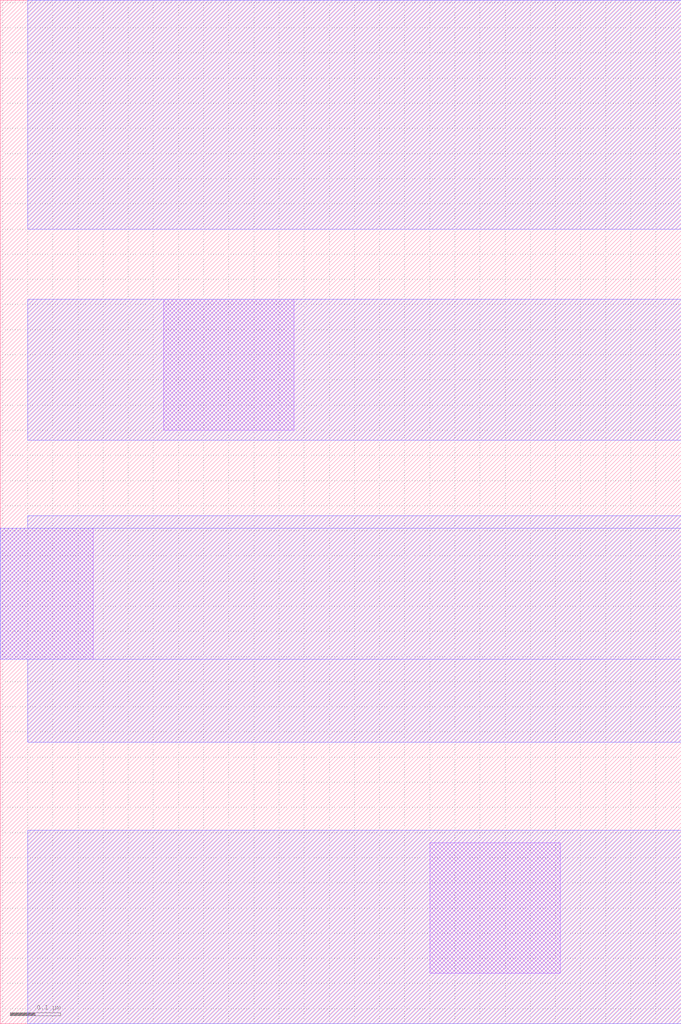
<source format=lef>
# Copyright 2020 The SkyWater PDK Authors
#
# Licensed under the Apache License, Version 2.0 (the "License");
# you may not use this file except in compliance with the License.
# You may obtain a copy of the License at
#
#     https://www.apache.org/licenses/LICENSE-2.0
#
# Unless required by applicable law or agreed to in writing, software
# distributed under the License is distributed on an "AS IS" BASIS,
# WITHOUT WARRANTIES OR CONDITIONS OF ANY KIND, either express or implied.
# See the License for the specific language governing permissions and
# limitations under the License.
#
# SPDX-License-Identifier: Apache-2.0

VERSION 5.7 ;
  NOWIREEXTENSIONATPIN ON ;
  DIVIDERCHAR "/" ;
  BUSBITCHARS "[]" ;
MACRO sky130_fd_bd_sram__sram_sp_corner_met2
  CLASS BLOCK ;
  FOREIGN sky130_fd_bd_sram__sram_sp_corner_met2 ;
  ORIGIN  0.055000 -0.020000 ;
  SIZE  1.355000 BY  2.035000 ;
  OBS
    LAYER met1 ;
      RECT -0.055000 0.745000 0.130000 1.005000 ;
      RECT  0.270000 1.200000 0.530000 1.460000 ;
      RECT  0.800000 0.120000 1.060000 0.380000 ;
    LAYER met2 ;
      RECT -0.055000 0.745000 1.300000 1.005000 ;
      RECT  0.000000 0.020000 1.300000 0.405000 ;
      RECT  0.000000 0.580000 1.300000 0.745000 ;
      RECT  0.000000 1.005000 1.300000 1.030000 ;
      RECT  0.000000 1.180000 1.300000 1.460000 ;
      RECT  0.000000 1.600000 1.300000 2.055000 ;
  END
END sky130_fd_bd_sram__sram_sp_corner_met2
END LIBRARY

</source>
